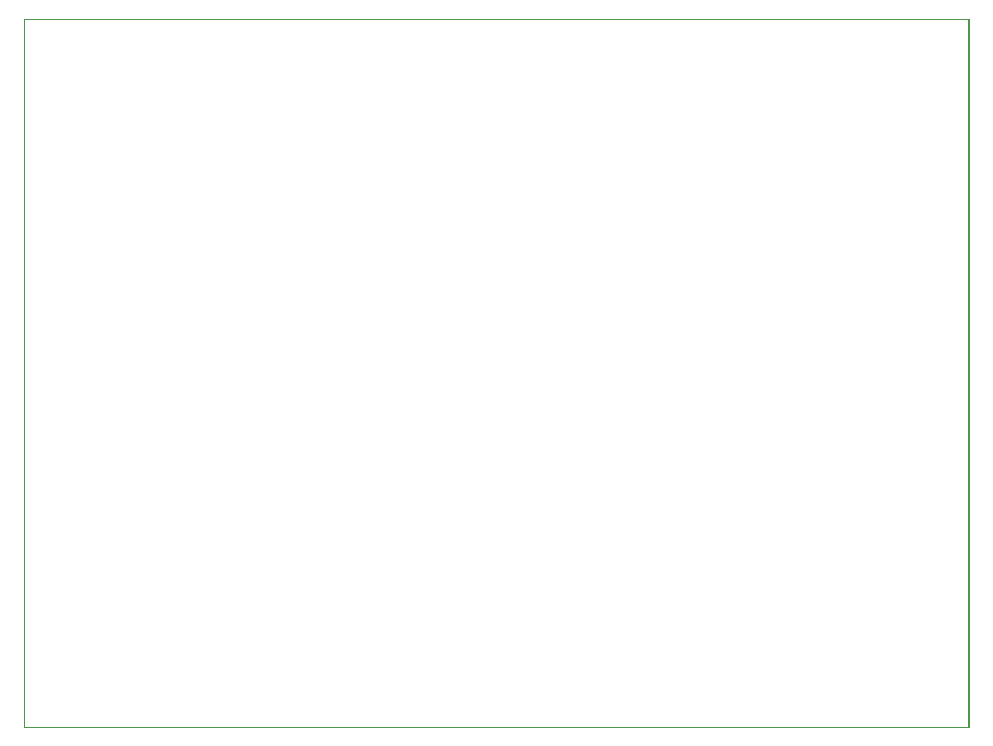
<source format=gm1>
G04 #@! TF.GenerationSoftware,KiCad,Pcbnew,(5.0.2)-1*
G04 #@! TF.CreationDate,2019-02-28T20:38:06-05:00*
G04 #@! TF.ProjectId,CEC01,43454330-312e-46b6-9963-61645f706362,v0.1*
G04 #@! TF.SameCoordinates,Original*
G04 #@! TF.FileFunction,Profile,NP*
%FSLAX46Y46*%
G04 Gerber Fmt 4.6, Leading zero omitted, Abs format (unit mm)*
G04 Created by KiCad (PCBNEW (5.0.2)-1) date 2/28/2019 8:38:06 PM*
%MOMM*%
%LPD*%
G01*
G04 APERTURE LIST*
%ADD10C,0.025400*%
%ADD11C,0.200000*%
G04 APERTURE END LIST*
D10*
X104140000Y-40640000D02*
X184150000Y-40640000D01*
X104140000Y-100584000D02*
X104140000Y-40640000D01*
X104140000Y-100584000D02*
X184150000Y-100584000D01*
D11*
X184150000Y-40640000D02*
X184150000Y-100584000D01*
M02*

</source>
